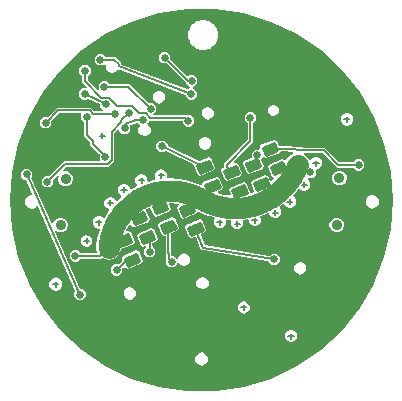
<source format=gtl>
G04 EAGLE Gerber RS-274X export*
G75*
%MOMM*%
%FSLAX34Y34*%
%LPD*%
%INTop Copper*%
%IPPOS*%
%AMOC8*
5,1,8,0,0,1.08239X$1,22.5*%
G01*
G04 Define Apertures*
%ADD10C,0.152400*%
%ADD11C,0.222250*%
%ADD12C,0.654800*%
%ADD13C,1.750000*%
%ADD14C,0.904800*%
G36*
X10684Y-161826D02*
X34556Y-158227D01*
X34667Y-158202D01*
X57736Y-151086D01*
X57842Y-151045D01*
X79592Y-140570D01*
X79691Y-140513D01*
X99638Y-126914D01*
X99727Y-126843D01*
X117424Y-110423D01*
X117501Y-110339D01*
X132553Y-91465D01*
X132617Y-91371D01*
X144688Y-70464D01*
X144737Y-70361D01*
X153557Y-47888D01*
X153591Y-47780D01*
X158963Y-24243D01*
X158980Y-24131D01*
X160784Y-57D01*
X160784Y57D01*
X158980Y24131D01*
X158963Y24243D01*
X153591Y47780D01*
X153557Y47888D01*
X144737Y70361D01*
X144688Y70464D01*
X132617Y91371D01*
X132553Y91465D01*
X117501Y110339D01*
X117424Y110423D01*
X99727Y126843D01*
X99638Y126914D01*
X79691Y140513D01*
X79592Y140570D01*
X57842Y151045D01*
X57736Y151086D01*
X34667Y158202D01*
X34556Y158227D01*
X10684Y161826D01*
X10571Y161834D01*
X-13571Y161834D01*
X-13684Y161826D01*
X-37556Y158227D01*
X-37667Y158202D01*
X-60736Y151086D01*
X-60842Y151045D01*
X-82592Y140570D01*
X-82691Y140513D01*
X-102638Y126914D01*
X-102727Y126843D01*
X-120424Y110423D01*
X-120501Y110339D01*
X-135553Y91465D01*
X-135617Y91371D01*
X-147688Y70464D01*
X-147737Y70361D01*
X-156557Y47888D01*
X-156591Y47780D01*
X-161963Y24243D01*
X-161980Y24131D01*
X-163784Y57D01*
X-163784Y-57D01*
X-161980Y-24131D01*
X-161963Y-24243D01*
X-156591Y-47780D01*
X-156557Y-47888D01*
X-147737Y-70361D01*
X-147688Y-70464D01*
X-135617Y-91371D01*
X-135553Y-91465D01*
X-120501Y-110339D01*
X-120424Y-110423D01*
X-102727Y-126843D01*
X-102638Y-126914D01*
X-82691Y-140513D01*
X-82592Y-140570D01*
X-60842Y-151045D01*
X-60736Y-151086D01*
X-37667Y-158202D01*
X-37556Y-158227D01*
X-13684Y-161826D01*
X-13571Y-161834D01*
X10571Y-161834D01*
X10684Y-161826D01*
G37*
%LPC*%
G36*
X-1329Y127441D02*
X-1499Y127460D01*
X-2494Y127460D01*
X-3762Y127985D01*
X-3884Y128024D01*
X-5581Y128411D01*
X-6350Y129025D01*
X-6534Y129133D01*
X-7103Y129369D01*
X-8339Y130605D01*
X-8403Y130662D01*
X-10056Y131980D01*
X-10318Y132523D01*
X-10465Y132731D01*
X-10631Y132897D01*
X-11443Y134856D01*
X-11460Y134896D01*
X-12540Y137138D01*
X-12540Y142862D01*
X-11460Y145105D01*
X-11443Y145144D01*
X-10631Y147103D01*
X-10465Y147269D01*
X-10318Y147477D01*
X-10056Y148020D01*
X-8403Y149338D01*
X-8339Y149395D01*
X-7103Y150631D01*
X-6534Y150867D01*
X-6350Y150975D01*
X-5581Y151589D01*
X-3884Y151976D01*
X-3762Y152015D01*
X-2494Y152540D01*
X-1499Y152540D01*
X-1329Y152559D01*
X0Y152863D01*
X1329Y152559D01*
X1499Y152540D01*
X2494Y152540D01*
X3762Y152015D01*
X3884Y151976D01*
X5581Y151589D01*
X6350Y150975D01*
X6534Y150867D01*
X7103Y150631D01*
X8339Y149395D01*
X8403Y149338D01*
X10056Y148020D01*
X10318Y147477D01*
X10465Y147269D01*
X10631Y147103D01*
X11443Y145144D01*
X11460Y145105D01*
X12540Y142862D01*
X12540Y137138D01*
X11460Y134896D01*
X11443Y134856D01*
X10631Y132897D01*
X10465Y132731D01*
X10318Y132523D01*
X10056Y131980D01*
X8403Y130662D01*
X8339Y130605D01*
X7103Y129369D01*
X6534Y129133D01*
X6350Y129025D01*
X5581Y128411D01*
X3884Y128024D01*
X3762Y127985D01*
X2494Y127460D01*
X1499Y127460D01*
X1329Y127441D01*
X0Y127138D01*
X-1329Y127441D01*
G37*
G36*
X-11987Y85202D02*
X-14798Y88013D01*
X-14798Y88850D01*
X-14858Y89147D01*
X-15030Y89397D01*
X-15290Y89562D01*
X-71749Y110987D01*
X-72048Y111036D01*
X-72343Y110964D01*
X-72636Y110722D01*
X-74235Y108521D01*
X-77419Y107486D01*
X-80603Y108521D01*
X-82571Y111229D01*
X-82571Y114783D01*
X-82631Y115080D01*
X-82803Y115330D01*
X-83058Y115494D01*
X-83357Y115545D01*
X-83652Y115475D01*
X-83872Y115322D01*
X-84839Y114355D01*
X-88813Y114355D01*
X-91624Y117165D01*
X-91624Y121140D01*
X-88813Y123951D01*
X-84839Y123951D01*
X-82214Y121327D01*
X-81962Y121159D01*
X-81676Y121103D01*
X-74022Y121103D01*
X-69219Y116300D01*
X-69219Y115443D01*
X-69159Y115145D01*
X-68987Y114895D01*
X-68727Y114730D01*
X-13607Y93814D01*
X-13308Y93765D01*
X-13013Y93836D01*
X-12798Y93987D01*
X-11967Y94818D01*
X-11770Y94858D01*
X-11520Y95030D01*
X-11356Y95285D01*
X-11305Y95584D01*
X-11375Y95879D01*
X-11528Y96099D01*
X-14562Y99133D01*
X-14562Y99317D01*
X-14622Y99614D01*
X-14785Y99856D01*
X-30583Y115654D01*
X-30836Y115821D01*
X-31122Y115877D01*
X-34359Y115877D01*
X-37170Y118688D01*
X-37170Y122662D01*
X-34359Y125473D01*
X-30384Y125473D01*
X-27574Y122662D01*
X-27574Y119426D01*
X-27513Y119128D01*
X-27350Y118887D01*
X-13605Y105142D01*
X-13352Y104974D01*
X-13054Y104919D01*
X-12758Y104984D01*
X-12528Y105142D01*
X-11751Y105918D01*
X-7776Y105918D01*
X-4966Y103107D01*
X-4966Y99133D01*
X-7797Y96302D01*
X-7994Y96262D01*
X-8244Y96090D01*
X-8408Y95835D01*
X-8459Y95536D01*
X-8389Y95241D01*
X-8236Y95021D01*
X-5202Y91987D01*
X-5202Y88013D01*
X-8013Y85202D01*
X-11987Y85202D01*
G37*
G36*
X-133785Y10975D02*
X-136596Y13785D01*
X-136596Y17760D01*
X-133785Y20571D01*
X-130549Y20571D01*
X-130251Y20631D01*
X-130010Y20794D01*
X-117795Y33009D01*
X-88203Y33009D01*
X-87905Y33069D01*
X-87655Y33240D01*
X-87492Y33496D01*
X-87441Y33795D01*
X-87511Y34090D01*
X-87650Y34289D01*
X-87650Y38321D01*
X-87582Y38423D01*
X-87526Y38721D01*
X-87591Y39018D01*
X-87749Y39248D01*
X-95300Y46799D01*
X-95300Y48737D01*
X-95361Y49035D01*
X-95524Y49276D01*
X-100666Y54419D01*
X-100666Y65711D01*
X-100726Y66008D01*
X-100889Y66250D01*
X-103178Y68539D01*
X-103178Y72521D01*
X-103025Y72752D01*
X-102969Y73050D01*
X-103034Y73346D01*
X-103209Y73594D01*
X-103468Y73753D01*
X-103731Y73800D01*
X-121472Y73800D01*
X-121770Y73740D01*
X-122011Y73577D01*
X-128101Y67487D01*
X-128269Y67234D01*
X-128325Y66948D01*
X-128325Y63711D01*
X-131135Y60901D01*
X-135110Y60901D01*
X-137921Y63711D01*
X-137921Y67686D01*
X-135110Y70497D01*
X-131873Y70497D01*
X-131576Y70557D01*
X-131334Y70720D01*
X-123682Y78372D01*
X-95130Y78372D01*
X-92475Y75717D01*
X-92222Y75549D01*
X-91936Y75494D01*
X-85244Y75494D01*
X-84947Y75554D01*
X-84697Y75725D01*
X-84533Y75981D01*
X-84482Y76280D01*
X-84552Y76575D01*
X-84705Y76794D01*
X-87140Y79230D01*
X-87140Y80535D01*
X-87201Y80832D01*
X-87372Y81083D01*
X-87569Y81220D01*
X-97005Y85817D01*
X-97299Y85893D01*
X-97599Y85849D01*
X-97878Y85671D01*
X-98359Y85190D01*
X-102334Y85190D01*
X-105144Y88001D01*
X-105144Y91975D01*
X-102334Y94786D01*
X-99136Y94786D01*
X-98839Y94846D01*
X-98588Y95018D01*
X-98425Y95273D01*
X-98374Y95572D01*
X-98444Y95867D01*
X-98597Y96087D01*
X-102361Y99851D01*
X-102361Y105055D01*
X-102421Y105352D01*
X-102584Y105593D01*
X-104873Y107882D01*
X-104873Y111857D01*
X-102063Y114668D01*
X-98088Y114668D01*
X-95277Y111857D01*
X-95277Y107882D01*
X-97566Y105593D01*
X-97733Y105341D01*
X-97789Y105055D01*
X-97789Y102060D01*
X-97729Y101763D01*
X-97566Y101522D01*
X-89722Y93677D01*
X-89469Y93510D01*
X-89171Y93454D01*
X-88874Y93519D01*
X-88627Y93695D01*
X-88468Y93953D01*
X-88421Y94216D01*
X-88421Y98330D01*
X-85610Y101141D01*
X-81635Y101141D01*
X-79347Y98852D01*
X-79094Y98685D01*
X-78808Y98629D01*
X-62289Y98629D01*
X-46138Y82478D01*
X-45885Y82311D01*
X-45599Y82255D01*
X-42362Y82255D01*
X-39551Y79444D01*
X-39551Y75469D01*
X-41775Y73246D01*
X-41943Y72993D01*
X-41998Y72695D01*
X-41933Y72399D01*
X-41758Y72151D01*
X-41500Y71992D01*
X-41236Y71945D01*
X-13994Y71945D01*
X-13954Y71918D01*
X-13668Y71863D01*
X-10431Y71863D01*
X-7620Y69052D01*
X-7620Y65077D01*
X-10431Y62267D01*
X-14406Y62267D01*
X-17216Y65077D01*
X-17216Y66611D01*
X-17277Y66908D01*
X-17448Y67158D01*
X-17703Y67322D01*
X-17978Y67373D01*
X-45384Y67373D01*
X-45681Y67313D01*
X-45932Y67141D01*
X-46095Y66886D01*
X-46146Y66611D01*
X-46146Y66190D01*
X-46873Y65464D01*
X-47040Y65211D01*
X-47096Y64913D01*
X-47031Y64616D01*
X-46855Y64369D01*
X-46569Y64200D01*
X-46376Y64137D01*
X-44417Y61440D01*
X-44417Y58107D01*
X-46376Y55410D01*
X-49546Y54380D01*
X-52717Y55410D01*
X-54676Y58107D01*
X-54676Y61441D01*
X-53509Y63047D01*
X-53383Y63323D01*
X-53374Y63627D01*
X-53485Y63909D01*
X-53586Y64034D01*
X-55220Y65668D01*
X-55473Y65836D01*
X-55759Y65892D01*
X-55795Y65892D01*
X-56058Y65845D01*
X-61157Y63973D01*
X-61415Y63813D01*
X-61590Y63566D01*
X-61656Y63257D01*
X-61656Y59018D01*
X-64467Y56207D01*
X-68441Y56207D01*
X-71257Y59023D01*
X-71312Y59295D01*
X-71484Y59545D01*
X-71739Y59709D01*
X-72038Y59759D01*
X-72333Y59690D01*
X-72553Y59537D01*
X-74759Y57331D01*
X-74926Y57078D01*
X-74982Y56792D01*
X-74982Y46582D01*
X-75006Y46460D01*
X-75006Y33033D01*
X-79602Y28437D01*
X-115585Y28437D01*
X-115883Y28376D01*
X-116124Y28213D01*
X-118809Y25529D01*
X-118976Y25276D01*
X-119032Y24978D01*
X-118967Y24682D01*
X-118791Y24434D01*
X-118533Y24275D01*
X-118234Y24229D01*
X-117979Y24286D01*
X-117647Y24423D01*
X-115241Y24423D01*
X-113018Y23503D01*
X-111317Y21801D01*
X-110396Y19578D01*
X-110396Y17172D01*
X-111317Y14949D01*
X-113018Y13248D01*
X-115241Y12327D01*
X-117647Y12327D01*
X-119870Y13248D01*
X-121571Y14949D01*
X-122492Y17172D01*
X-122492Y19578D01*
X-122354Y19910D01*
X-122296Y20208D01*
X-122359Y20504D01*
X-122533Y20753D01*
X-122789Y20915D01*
X-123089Y20963D01*
X-123383Y20891D01*
X-123597Y20740D01*
X-126777Y17561D01*
X-126944Y17308D01*
X-127000Y17022D01*
X-127000Y13785D01*
X-129811Y10975D01*
X-133785Y10975D01*
G37*
G36*
X-40436Y82913D02*
X-42404Y85621D01*
X-42404Y88969D01*
X-40436Y91678D01*
X-37252Y92712D01*
X-34068Y91678D01*
X-32100Y88969D01*
X-32100Y85621D01*
X-34068Y82913D01*
X-37252Y81878D01*
X-40436Y82913D01*
G37*
G36*
X56876Y72200D02*
X55176Y74539D01*
X55176Y77430D01*
X56876Y79770D01*
X59626Y80663D01*
X62376Y79770D01*
X64076Y77430D01*
X64076Y74539D01*
X62376Y72200D01*
X59626Y71306D01*
X56876Y72200D01*
G37*
G36*
X779Y69405D02*
X-1180Y72102D01*
X-1180Y75435D01*
X779Y78132D01*
X3949Y79162D01*
X7120Y78132D01*
X9079Y75435D01*
X9079Y72102D01*
X7120Y69405D01*
X3949Y68375D01*
X779Y69405D01*
G37*
G36*
X18503Y16777D02*
X15045Y24924D01*
X15863Y26948D01*
X17250Y27536D01*
X17500Y27708D01*
X17663Y27964D01*
X17714Y28238D01*
X17714Y30947D01*
X37491Y50724D01*
X37658Y50977D01*
X37714Y51263D01*
X37714Y65185D01*
X37654Y65482D01*
X37491Y65724D01*
X35202Y68013D01*
X35202Y71987D01*
X38013Y74798D01*
X41987Y74798D01*
X44798Y71987D01*
X44798Y68013D01*
X42509Y65724D01*
X42342Y65471D01*
X42286Y65185D01*
X42286Y49053D01*
X26137Y32904D01*
X25970Y32651D01*
X25914Y32353D01*
X25979Y32057D01*
X26155Y31810D01*
X26413Y31650D01*
X26712Y31604D01*
X26974Y31664D01*
X27517Y31895D01*
X29541Y31077D01*
X33000Y22930D01*
X32182Y20906D01*
X20528Y15959D01*
X18503Y16777D01*
G37*
G36*
X118681Y64170D02*
X116680Y66923D01*
X116680Y70327D01*
X118681Y73081D01*
X121918Y74133D01*
X125155Y73081D01*
X127156Y70327D01*
X127156Y66923D01*
X125155Y64170D01*
X121918Y63118D01*
X118681Y64170D01*
G37*
G36*
X-1323Y43827D02*
X-3282Y46524D01*
X-3282Y49857D01*
X-1323Y52554D01*
X1848Y53584D01*
X5018Y52554D01*
X6978Y49857D01*
X6978Y46524D01*
X5018Y43827D01*
X1848Y42797D01*
X-1323Y43827D01*
G37*
G36*
X-110104Y-51837D02*
X-112914Y-49026D01*
X-112914Y-45052D01*
X-110104Y-42241D01*
X-106129Y-42241D01*
X-103840Y-44530D01*
X-103587Y-44697D01*
X-103301Y-44753D01*
X-90307Y-44753D01*
X-90009Y-44693D01*
X-89759Y-44521D01*
X-89596Y-44266D01*
X-89545Y-43967D01*
X-89582Y-43755D01*
X-90401Y-41241D01*
X-90243Y-39204D01*
X-89687Y-32050D01*
X-87493Y-25114D01*
X-87461Y-24813D01*
X-87549Y-24523D01*
X-87743Y-24290D01*
X-87984Y-24160D01*
X-91381Y-23056D01*
X-93337Y-20363D01*
X-93337Y-17034D01*
X-91381Y-14341D01*
X-88215Y-13312D01*
X-85049Y-14341D01*
X-84586Y-14978D01*
X-84363Y-15183D01*
X-84077Y-15284D01*
X-83774Y-15266D01*
X-83502Y-15132D01*
X-83314Y-14919D01*
X-79493Y-8473D01*
X-79393Y-8187D01*
X-79413Y-7884D01*
X-79550Y-7613D01*
X-79913Y-7360D01*
X-81539Y-6831D01*
X-83496Y-4138D01*
X-83496Y-809D01*
X-81539Y1884D01*
X-78374Y2913D01*
X-75208Y1884D01*
X-73698Y-193D01*
X-73475Y-398D01*
X-73189Y-500D01*
X-72886Y-482D01*
X-72532Y-273D01*
X-69323Y3076D01*
X-69161Y3333D01*
X-69112Y3632D01*
X-69184Y3927D01*
X-69364Y4170D01*
X-69638Y4328D01*
X-70028Y4455D01*
X-71984Y7148D01*
X-71984Y10477D01*
X-70028Y13170D01*
X-66862Y14199D01*
X-63696Y13170D01*
X-61739Y10477D01*
X-61739Y9906D01*
X-61679Y9608D01*
X-61507Y9358D01*
X-61252Y9195D01*
X-60953Y9144D01*
X-60561Y9267D01*
X-56028Y12224D01*
X-55843Y12338D01*
X-55667Y12585D01*
X-55601Y12881D01*
X-55655Y13179D01*
X-55746Y13343D01*
X-57313Y15500D01*
X-57313Y18828D01*
X-55356Y21522D01*
X-52190Y22550D01*
X-49024Y21522D01*
X-47067Y18828D01*
X-47067Y16558D01*
X-47007Y16261D01*
X-46836Y16011D01*
X-46580Y15847D01*
X-46281Y15796D01*
X-46045Y15842D01*
X-42606Y17094D01*
X-40918Y17298D01*
X-40630Y17394D01*
X-40402Y17594D01*
X-40271Y17868D01*
X-40256Y18171D01*
X-40393Y18503D01*
X-40835Y19111D01*
X-40835Y22440D01*
X-38868Y25148D01*
X-35568Y26220D01*
X-32402Y25192D01*
X-30445Y22498D01*
X-30445Y19426D01*
X-30385Y19129D01*
X-30213Y18879D01*
X-29958Y18715D01*
X-29591Y18669D01*
X-28359Y18819D01*
X-14092Y17267D01*
X-1678Y12916D01*
X-1377Y12874D01*
X-1085Y12954D01*
X-846Y13141D01*
X-719Y13349D01*
X-16Y15091D01*
X11639Y20038D01*
X13663Y19220D01*
X17121Y11073D01*
X16303Y9049D01*
X12875Y7594D01*
X12625Y7422D01*
X12462Y7167D01*
X12411Y6868D01*
X12481Y6573D01*
X12661Y6328D01*
X12916Y6175D01*
X17057Y4694D01*
X17266Y4651D01*
X22594Y4316D01*
X22895Y4358D01*
X23155Y4513D01*
X23334Y4758D01*
X23404Y5053D01*
X23343Y5375D01*
X21992Y8557D01*
X22810Y10581D01*
X34464Y15528D01*
X36489Y14710D01*
X39926Y6612D01*
X40098Y6362D01*
X40353Y6199D01*
X40793Y6166D01*
X42811Y6613D01*
X43088Y6737D01*
X43295Y6958D01*
X43399Y7243D01*
X43347Y7655D01*
X40413Y14568D01*
X41231Y16592D01*
X52885Y21539D01*
X54909Y20721D01*
X56712Y16473D01*
X56884Y16223D01*
X57140Y16060D01*
X57439Y16009D01*
X57734Y16079D01*
X57950Y16229D01*
X59877Y18137D01*
X60046Y18389D01*
X60103Y18687D01*
X60040Y18983D01*
X59866Y19231D01*
X59627Y19385D01*
X58237Y19946D01*
X54779Y28093D01*
X55597Y30117D01*
X67251Y35064D01*
X69298Y34237D01*
X69420Y34060D01*
X69675Y33897D01*
X69974Y33846D01*
X70270Y33916D01*
X70514Y34096D01*
X70660Y34333D01*
X71156Y35613D01*
X73977Y38571D01*
X75916Y39428D01*
X76163Y39603D01*
X76322Y39861D01*
X76369Y40161D01*
X76294Y40455D01*
X76111Y40696D01*
X75848Y40847D01*
X75658Y40885D01*
X68769Y41345D01*
X68718Y41347D01*
X65848Y41347D01*
X65551Y41287D01*
X65301Y41115D01*
X65142Y40870D01*
X64968Y40442D01*
X53314Y35495D01*
X51394Y36271D01*
X51096Y36326D01*
X50800Y36261D01*
X50570Y36103D01*
X49396Y34929D01*
X49229Y34676D01*
X49173Y34378D01*
X49233Y34092D01*
X51420Y28941D01*
X50602Y26917D01*
X38948Y21970D01*
X36924Y22787D01*
X33466Y30934D01*
X34284Y32959D01*
X40578Y35630D01*
X40828Y35802D01*
X40991Y36058D01*
X41042Y36332D01*
X41042Y40146D01*
X43853Y42956D01*
X47319Y42956D01*
X47616Y43017D01*
X47866Y43188D01*
X48030Y43444D01*
X48081Y43743D01*
X48020Y44016D01*
X47832Y44460D01*
X48650Y46484D01*
X60304Y51431D01*
X62328Y50613D01*
X64124Y46383D01*
X64295Y46133D01*
X64551Y45970D01*
X64825Y45919D01*
X67675Y45919D01*
X67973Y45979D01*
X67975Y45981D01*
X68871Y45921D01*
X68922Y45919D01*
X69838Y45919D01*
X69880Y45891D01*
X70115Y45837D01*
X90051Y44505D01*
X90102Y44503D01*
X103087Y44503D01*
X115081Y32509D01*
X115334Y32342D01*
X115620Y32286D01*
X126983Y32286D01*
X127280Y32346D01*
X127522Y32509D01*
X129811Y34798D01*
X133785Y34798D01*
X136596Y31987D01*
X136596Y28013D01*
X133785Y25202D01*
X129811Y25202D01*
X127522Y27491D01*
X127269Y27658D01*
X126983Y27714D01*
X113410Y27714D01*
X101416Y39708D01*
X101163Y39876D01*
X100877Y39931D01*
X91145Y39931D01*
X90848Y39871D01*
X90846Y39870D01*
X89949Y39930D01*
X89898Y39931D01*
X88982Y39931D01*
X88940Y39959D01*
X88705Y40013D01*
X86162Y40183D01*
X85862Y40142D01*
X85601Y39988D01*
X85420Y39744D01*
X85350Y39449D01*
X85400Y39150D01*
X85585Y38871D01*
X88571Y36023D01*
X89491Y33941D01*
X89666Y33694D01*
X89924Y33534D01*
X90224Y33488D01*
X90518Y33562D01*
X90804Y33801D01*
X92402Y36000D01*
X95639Y37052D01*
X98876Y36000D01*
X100877Y33246D01*
X100877Y29842D01*
X98876Y27089D01*
X96155Y26204D01*
X95891Y26055D01*
X95706Y25815D01*
X95628Y25479D01*
X95628Y21693D01*
X92818Y18882D01*
X89374Y18882D01*
X89077Y18822D01*
X88827Y18650D01*
X88663Y18395D01*
X88613Y18096D01*
X88758Y17672D01*
X90719Y14973D01*
X90719Y11644D01*
X88763Y8951D01*
X85597Y7922D01*
X82431Y8951D01*
X81805Y9812D01*
X81582Y10017D01*
X81296Y10118D01*
X80993Y10100D01*
X80721Y9966D01*
X80551Y9781D01*
X79184Y7694D01*
X76061Y4604D01*
X75892Y4352D01*
X75835Y4054D01*
X75899Y3757D01*
X76073Y3509D01*
X76362Y3337D01*
X76724Y3220D01*
X78681Y527D01*
X78681Y-2802D01*
X76724Y-5495D01*
X73558Y-6524D01*
X70392Y-5495D01*
X68823Y-3336D01*
X68600Y-3131D01*
X68314Y-3029D01*
X68011Y-3047D01*
X67796Y-3142D01*
X65050Y-4900D01*
X64832Y-5111D01*
X64714Y-5391D01*
X64714Y-5694D01*
X64844Y-5990D01*
X66341Y-8051D01*
X66341Y-11380D01*
X64385Y-14073D01*
X62503Y-14684D01*
X62199Y-14870D01*
X62123Y-14947D01*
X61816Y-14947D01*
X61580Y-14984D01*
X61219Y-15101D01*
X60857Y-14984D01*
X60622Y-14947D01*
X60229Y-14947D01*
X60111Y-14829D01*
X59808Y-14643D01*
X58053Y-14073D01*
X56066Y-11337D01*
X56036Y-11191D01*
X55864Y-10941D01*
X55609Y-10778D01*
X55310Y-10727D01*
X55067Y-10775D01*
X48766Y-13138D01*
X48509Y-13299D01*
X48335Y-13547D01*
X48271Y-13844D01*
X48329Y-14142D01*
X48417Y-14299D01*
X48961Y-15048D01*
X48961Y-18377D01*
X47004Y-21070D01*
X43838Y-22099D01*
X40672Y-21070D01*
X38716Y-18377D01*
X38716Y-16677D01*
X38655Y-16380D01*
X38484Y-16130D01*
X38228Y-15966D01*
X37841Y-15923D01*
X34487Y-16423D01*
X34202Y-16527D01*
X33980Y-16733D01*
X33856Y-17010D01*
X33838Y-17177D01*
X33838Y-20634D01*
X31881Y-23327D01*
X30151Y-23890D01*
X29848Y-24075D01*
X29749Y-24174D01*
X29397Y-24174D01*
X29161Y-24211D01*
X28715Y-24356D01*
X28269Y-24211D01*
X28033Y-24174D01*
X27855Y-24174D01*
X27841Y-24159D01*
X27538Y-23973D01*
X25549Y-23327D01*
X23593Y-20634D01*
X23593Y-17506D01*
X23532Y-17209D01*
X23361Y-16959D01*
X23105Y-16796D01*
X22878Y-16746D01*
X20201Y-16578D01*
X19901Y-16619D01*
X19641Y-16775D01*
X19461Y-17020D01*
X19392Y-17338D01*
X19392Y-19731D01*
X17435Y-22424D01*
X15446Y-23071D01*
X15219Y-23210D01*
X15138Y-23210D01*
X14903Y-23247D01*
X14269Y-23453D01*
X13635Y-23247D01*
X13400Y-23210D01*
X13282Y-23210D01*
X13013Y-23045D01*
X11103Y-22424D01*
X9146Y-19731D01*
X9146Y-16402D01*
X9621Y-15749D01*
X9747Y-15473D01*
X9756Y-15170D01*
X9645Y-14887D01*
X9433Y-14670D01*
X9211Y-14567D01*
X1536Y-12415D01*
X-3251Y-9898D01*
X-3474Y-9822D01*
X-3784Y-9768D01*
X-3870Y-9714D01*
X-4153Y-9605D01*
X-4456Y-9616D01*
X-4731Y-9744D01*
X-4985Y-10071D01*
X-5273Y-10784D01*
X-16927Y-15731D01*
X-18951Y-14913D01*
X-22409Y-6766D01*
X-21592Y-4742D01*
X-21135Y-4549D01*
X-20885Y-4377D01*
X-20722Y-4121D01*
X-20671Y-3822D01*
X-20741Y-3527D01*
X-20921Y-3283D01*
X-21182Y-3128D01*
X-21338Y-3091D01*
X-28119Y-2241D01*
X-28421Y-2264D01*
X-28691Y-2403D01*
X-28885Y-2637D01*
X-28973Y-2927D01*
X-28915Y-3295D01*
X-27355Y-6970D01*
X-28173Y-8994D01*
X-39827Y-13941D01*
X-41851Y-13123D01*
X-44510Y-6860D01*
X-44682Y-6610D01*
X-44937Y-6447D01*
X-45236Y-6397D01*
X-45552Y-6477D01*
X-48049Y-7725D01*
X-48288Y-7912D01*
X-48435Y-8177D01*
X-48467Y-8479D01*
X-48410Y-8705D01*
X-45292Y-16050D01*
X-46110Y-18074D01*
X-57764Y-23021D01*
X-59788Y-22203D01*
X-60664Y-20140D01*
X-60835Y-19890D01*
X-61091Y-19727D01*
X-61390Y-19676D01*
X-61685Y-19746D01*
X-61929Y-19926D01*
X-62027Y-20060D01*
X-64958Y-25193D01*
X-65053Y-25481D01*
X-65028Y-25784D01*
X-64887Y-26052D01*
X-64653Y-26245D01*
X-64362Y-26330D01*
X-63998Y-26273D01*
X-63377Y-26009D01*
X-61352Y-26826D01*
X-57894Y-34973D01*
X-58712Y-36998D01*
X-69402Y-41535D01*
X-69652Y-41707D01*
X-69816Y-41963D01*
X-69864Y-42178D01*
X-69915Y-42834D01*
X-71767Y-46477D01*
X-74873Y-49135D01*
X-78759Y-50401D01*
X-82834Y-50085D01*
X-85005Y-48981D01*
X-85297Y-48900D01*
X-85598Y-48940D01*
X-85889Y-49122D01*
X-86092Y-49325D01*
X-103301Y-49325D01*
X-103599Y-49385D01*
X-103840Y-49548D01*
X-106129Y-51837D01*
X-110104Y-51837D01*
G37*
G36*
X-4322Y21287D02*
X-7785Y29443D01*
X-7736Y29706D01*
X-7801Y30002D01*
X-7977Y30249D01*
X-8169Y30381D01*
X-31249Y41415D01*
X-31543Y41488D01*
X-31843Y41441D01*
X-32116Y41266D01*
X-32624Y40758D01*
X-36599Y40758D01*
X-39410Y43569D01*
X-39410Y47543D01*
X-36599Y50354D01*
X-32624Y50354D01*
X-29814Y47543D01*
X-29814Y46276D01*
X-29753Y45979D01*
X-29582Y45729D01*
X-29380Y45589D01*
X-3491Y33212D01*
X-3197Y33138D01*
X-2864Y33198D01*
X4691Y36405D01*
X6715Y35587D01*
X10174Y27440D01*
X9356Y25416D01*
X-2298Y20469D01*
X-4322Y21287D01*
G37*
G36*
X-106244Y-84759D02*
X-109055Y-81949D01*
X-109055Y-77974D01*
X-108438Y-77357D01*
X-108270Y-77104D01*
X-108215Y-76806D01*
X-108279Y-76510D01*
X-139693Y-5356D01*
X-139868Y-5109D01*
X-140126Y-4949D01*
X-140426Y-4903D01*
X-140720Y-4977D01*
X-141006Y-5216D01*
X-141681Y-6145D01*
X-145102Y-7257D01*
X-148523Y-6145D01*
X-150637Y-3235D01*
X-150637Y361D01*
X-148523Y3271D01*
X-144934Y4437D01*
X-144670Y4587D01*
X-144485Y4827D01*
X-144409Y5120D01*
X-144472Y5470D01*
X-149492Y16840D01*
X-149667Y17087D01*
X-149925Y17247D01*
X-150189Y17294D01*
X-151299Y17294D01*
X-154110Y20105D01*
X-154110Y24080D01*
X-151299Y26890D01*
X-147325Y26890D01*
X-144514Y24080D01*
X-144514Y20105D01*
X-145131Y19487D01*
X-145299Y19235D01*
X-145354Y18937D01*
X-145290Y18641D01*
X-128149Y-20184D01*
X-127974Y-20431D01*
X-127716Y-20591D01*
X-127416Y-20637D01*
X-127122Y-20563D01*
X-126880Y-20380D01*
X-126729Y-20117D01*
X-126690Y-19876D01*
X-126690Y-19650D01*
X-125769Y-17427D01*
X-124068Y-15726D01*
X-121845Y-14805D01*
X-119439Y-14805D01*
X-117216Y-15726D01*
X-115515Y-17427D01*
X-114594Y-19650D01*
X-114594Y-22056D01*
X-115515Y-24279D01*
X-117216Y-25980D01*
X-119439Y-26901D01*
X-121845Y-26901D01*
X-124174Y-25936D01*
X-124472Y-25878D01*
X-124768Y-25941D01*
X-125017Y-26114D01*
X-125179Y-26371D01*
X-125227Y-26671D01*
X-125163Y-26948D01*
X-104077Y-74709D01*
X-103902Y-74957D01*
X-103644Y-75116D01*
X-103380Y-75163D01*
X-102269Y-75163D01*
X-99459Y-77974D01*
X-99459Y-81949D01*
X-102269Y-84759D01*
X-106244Y-84759D01*
G37*
G36*
X114327Y12949D02*
X112104Y13870D01*
X110403Y15572D01*
X109482Y17794D01*
X109482Y20200D01*
X110403Y22423D01*
X112104Y24125D01*
X114327Y25045D01*
X116733Y25045D01*
X118956Y24125D01*
X120657Y22423D01*
X121578Y20200D01*
X121578Y17794D01*
X120657Y15572D01*
X118956Y13870D01*
X116733Y12949D01*
X114327Y12949D01*
G37*
G36*
X140006Y-5907D02*
X137929Y-3047D01*
X137929Y488D01*
X140006Y3348D01*
X143368Y4440D01*
X146730Y3348D01*
X148808Y488D01*
X148808Y-3047D01*
X146730Y-5907D01*
X143368Y-6999D01*
X140006Y-5907D01*
G37*
G36*
X-28686Y-56727D02*
X-31497Y-53916D01*
X-31497Y-46483D01*
X-31557Y-46185D01*
X-31671Y-46016D01*
X-31671Y-30946D01*
X-31732Y-30648D01*
X-31903Y-30398D01*
X-32159Y-30235D01*
X-32458Y-30184D01*
X-32731Y-30244D01*
X-32880Y-30308D01*
X-34904Y-29490D01*
X-38362Y-21343D01*
X-37545Y-19319D01*
X-25891Y-14372D01*
X-23866Y-15189D01*
X-20408Y-23336D01*
X-21226Y-25361D01*
X-26635Y-27657D01*
X-26885Y-27828D01*
X-27048Y-28084D01*
X-27099Y-28358D01*
X-27099Y-43783D01*
X-27039Y-44080D01*
X-26925Y-44250D01*
X-26925Y-46369D01*
X-26864Y-46666D01*
X-26693Y-46916D01*
X-26437Y-47080D01*
X-26163Y-47131D01*
X-24711Y-47131D01*
X-22343Y-49499D01*
X-22090Y-49667D01*
X-21792Y-49722D01*
X-21496Y-49657D01*
X-21248Y-49482D01*
X-21089Y-49224D01*
X-21042Y-48960D01*
X-21042Y-48627D01*
X-19083Y-45930D01*
X-15912Y-44900D01*
X-12742Y-45930D01*
X-10783Y-48627D01*
X-10783Y-51960D01*
X-12742Y-54657D01*
X-15912Y-55687D01*
X-19083Y-54657D01*
X-20522Y-52676D01*
X-20746Y-52471D01*
X-21032Y-52369D01*
X-21334Y-52387D01*
X-21606Y-52522D01*
X-21804Y-52752D01*
X-21901Y-53124D01*
X-21901Y-53916D01*
X-24711Y-56727D01*
X-28686Y-56727D01*
G37*
G36*
X111866Y-26849D02*
X109643Y-25928D01*
X107941Y-24226D01*
X107021Y-22004D01*
X107021Y-19597D01*
X107941Y-17375D01*
X109643Y-15673D01*
X111866Y-14753D01*
X114272Y-14753D01*
X116495Y-15673D01*
X118196Y-17375D01*
X119117Y-19597D01*
X119117Y-22004D01*
X118196Y-24226D01*
X116495Y-25928D01*
X114272Y-26849D01*
X111866Y-26849D01*
G37*
G36*
X58013Y-54798D02*
X55157Y-51943D01*
X55142Y-51866D01*
X54970Y-51616D01*
X54715Y-51453D01*
X54565Y-51412D01*
X477Y-42397D01*
X64Y-42443D01*
X-12Y-42474D01*
X-557Y-42245D01*
X-727Y-42196D01*
X-1310Y-42099D01*
X-1357Y-42033D01*
X-1683Y-41773D01*
X-1758Y-41741D01*
X-1982Y-41194D01*
X-2067Y-41039D01*
X-2411Y-40558D01*
X-2397Y-40477D01*
X-2443Y-40064D01*
X-6039Y-31264D01*
X-6208Y-31012D01*
X-6461Y-30845D01*
X-6759Y-30791D01*
X-7042Y-30851D01*
X-9980Y-32098D01*
X-12004Y-31280D01*
X-15462Y-23133D01*
X-14644Y-21109D01*
X-2990Y-16162D01*
X-966Y-16980D01*
X2492Y-25127D01*
X1674Y-27151D01*
X-1430Y-28469D01*
X-1680Y-28641D01*
X-1844Y-28896D01*
X-1894Y-29195D01*
X-1838Y-29459D01*
X1473Y-37561D01*
X1641Y-37814D01*
X1895Y-37980D01*
X2053Y-38025D01*
X55784Y-46980D01*
X56087Y-46969D01*
X56448Y-46767D01*
X58013Y-45202D01*
X61987Y-45202D01*
X64798Y-48013D01*
X64798Y-51987D01*
X61987Y-54798D01*
X58013Y-54798D01*
G37*
G36*
X-47062Y-48380D02*
X-49873Y-45569D01*
X-49873Y-41595D01*
X-48113Y-39835D01*
X-47946Y-39582D01*
X-47890Y-39284D01*
X-47955Y-38988D01*
X-48131Y-38741D01*
X-48389Y-38581D01*
X-48689Y-38535D01*
X-48950Y-38595D01*
X-50817Y-39387D01*
X-52841Y-38570D01*
X-56299Y-30423D01*
X-55481Y-28399D01*
X-43827Y-23452D01*
X-41803Y-24269D01*
X-38345Y-32416D01*
X-39163Y-34441D01*
X-42324Y-35783D01*
X-42574Y-35954D01*
X-42738Y-36210D01*
X-42789Y-36484D01*
X-42789Y-38767D01*
X-42728Y-39064D01*
X-42565Y-39306D01*
X-40277Y-41595D01*
X-40277Y-45569D01*
X-43087Y-48380D01*
X-47062Y-48380D01*
G37*
G36*
X-101524Y-38448D02*
X-103301Y-36003D01*
X-103301Y-32980D01*
X-101524Y-30535D01*
X-98649Y-29601D01*
X-97713Y-29905D01*
X-97514Y-29937D01*
X-97399Y-30007D01*
X-95775Y-30535D01*
X-93998Y-32980D01*
X-93998Y-36003D01*
X-95775Y-38448D01*
X-98649Y-39382D01*
X-101524Y-38448D01*
G37*
G36*
X-75128Y-63816D02*
X-77939Y-61005D01*
X-77939Y-57030D01*
X-75128Y-54220D01*
X-71891Y-54220D01*
X-71594Y-54159D01*
X-71352Y-53997D01*
X-68609Y-51254D01*
X-68442Y-51001D01*
X-68386Y-50703D01*
X-68447Y-50417D01*
X-68901Y-49346D01*
X-68083Y-47322D01*
X-56429Y-42375D01*
X-54405Y-43193D01*
X-50947Y-51340D01*
X-51765Y-53364D01*
X-63419Y-58311D01*
X-65443Y-57493D01*
X-65878Y-56469D01*
X-66049Y-56219D01*
X-66305Y-56056D01*
X-66604Y-56005D01*
X-66899Y-56075D01*
X-67118Y-56228D01*
X-68120Y-57230D01*
X-68287Y-57482D01*
X-68343Y-57768D01*
X-68343Y-61005D01*
X-71153Y-63816D01*
X-75128Y-63816D01*
G37*
G36*
X79271Y-61925D02*
X77314Y-59232D01*
X77314Y-55903D01*
X79271Y-53210D01*
X82437Y-52182D01*
X85602Y-53210D01*
X87559Y-55903D01*
X87559Y-59232D01*
X85602Y-61925D01*
X82437Y-62954D01*
X79271Y-61925D01*
G37*
G36*
X-3580Y-74450D02*
X-5539Y-71754D01*
X-5539Y-68420D01*
X-3580Y-65723D01*
X-409Y-64693D01*
X2761Y-65723D01*
X4720Y-68420D01*
X4720Y-71754D01*
X2761Y-74450D01*
X-409Y-75481D01*
X-3580Y-74450D01*
G37*
G36*
X-127934Y-75581D02*
X-130005Y-72730D01*
X-130005Y-69206D01*
X-127934Y-66355D01*
X-124582Y-65266D01*
X-121231Y-66355D01*
X-119160Y-69206D01*
X-119160Y-72730D01*
X-121231Y-75581D01*
X-124582Y-76670D01*
X-127934Y-75581D01*
G37*
G36*
X-65357Y-83182D02*
X-67316Y-80485D01*
X-67316Y-77152D01*
X-65357Y-74455D01*
X-62187Y-73425D01*
X-59016Y-74455D01*
X-57057Y-77152D01*
X-57057Y-80485D01*
X-59016Y-83182D01*
X-62187Y-84212D01*
X-65357Y-83182D01*
G37*
G36*
X31485Y-94990D02*
X29600Y-92396D01*
X29600Y-89191D01*
X31485Y-86597D01*
X34534Y-85606D01*
X37583Y-86597D01*
X39467Y-89191D01*
X39467Y-92396D01*
X37583Y-94990D01*
X34534Y-95981D01*
X31485Y-94990D01*
G37*
G36*
X71206Y-119207D02*
X69276Y-116551D01*
X69276Y-113267D01*
X71206Y-110611D01*
X74328Y-109596D01*
X77451Y-110611D01*
X79381Y-113267D01*
X79381Y-116551D01*
X77451Y-119207D01*
X74328Y-120222D01*
X71206Y-119207D01*
G37*
G36*
X-4590Y-138975D02*
X-6636Y-136159D01*
X-6636Y-132678D01*
X-4590Y-129862D01*
X-1279Y-128787D01*
X2031Y-129862D01*
X4077Y-132678D01*
X4077Y-136159D01*
X2031Y-138975D01*
X-1279Y-140050D01*
X-4590Y-138975D01*
G37*
%LPD*%
D10*
X72345Y-114997D02*
X76662Y-114997D01*
X74503Y-117155D02*
X74503Y-112838D01*
X36694Y-90733D02*
X32377Y-90733D01*
X34535Y-92892D02*
X34535Y-88574D01*
X-122386Y-71122D02*
X-126703Y-71122D01*
X-124544Y-73281D02*
X-124544Y-68963D01*
X-100687Y-34387D02*
X-96369Y-34387D01*
X-98528Y-32229D02*
X-98528Y-36546D01*
X-87300Y54640D02*
X-82982Y54640D01*
X-85141Y52481D02*
X-85141Y56799D01*
X93447Y31504D02*
X97764Y31504D01*
X95606Y33662D02*
X95606Y29345D01*
X16401Y-18765D02*
X12084Y-18765D01*
X14242Y-16607D02*
X14242Y-20924D01*
X26644Y-19729D02*
X30961Y-19729D01*
X28802Y-21888D02*
X28802Y-17570D01*
X41548Y-16987D02*
X45865Y-16987D01*
X43706Y-19145D02*
X43706Y-14828D01*
X59017Y-10502D02*
X63334Y-10502D01*
X61176Y-12661D02*
X61176Y-8343D01*
X71331Y-1227D02*
X75648Y-1227D01*
X73489Y931D02*
X73489Y-3386D01*
X83722Y13187D02*
X88040Y13187D01*
X85881Y11029D02*
X85881Y15346D01*
X-86028Y-18628D02*
X-90345Y-18628D01*
X-88187Y-16470D02*
X-88187Y-20787D01*
X-80744Y-2079D02*
X-76426Y-2079D01*
X-78585Y-4237D02*
X-78585Y80D01*
X-69066Y8946D02*
X-64749Y8946D01*
X-66908Y6788D02*
X-66908Y11105D01*
X-54215Y16964D02*
X-49898Y16964D01*
X-52057Y14806D02*
X-52057Y19123D01*
X-37690Y21046D02*
X-33372Y21046D01*
X-35531Y18887D02*
X-35531Y23205D01*
X119529Y68638D02*
X123846Y68638D01*
X121687Y66479D02*
X121687Y70797D01*
D11*
X-72996Y-32956D02*
X-70390Y-39093D01*
X-72996Y-32956D02*
X-63352Y-28861D01*
X-60746Y-34998D01*
X-70390Y-39093D01*
X-71287Y-36981D02*
X-65416Y-36981D01*
X-60801Y-34869D02*
X-72184Y-34869D01*
X-72527Y-32757D02*
X-61698Y-32757D01*
X-62594Y-30645D02*
X-67553Y-30645D01*
X-66049Y-49322D02*
X-63443Y-55459D01*
X-66049Y-49322D02*
X-56405Y-45227D01*
X-53799Y-51364D01*
X-63443Y-55459D01*
X-64340Y-53347D02*
X-58469Y-53347D01*
X-53854Y-51235D02*
X-65237Y-51235D01*
X-65580Y-49123D02*
X-54751Y-49123D01*
X-55647Y-47011D02*
X-60606Y-47011D01*
X14269Y11049D02*
X11663Y17186D01*
X14269Y11049D02*
X4625Y6954D01*
X2019Y13091D01*
X11663Y17186D01*
X9599Y9066D02*
X3728Y9066D01*
X2831Y11178D02*
X14214Y11178D01*
X13317Y13290D02*
X2488Y13290D01*
X7462Y15402D02*
X12421Y15402D01*
X7322Y27416D02*
X4716Y33553D01*
X7322Y27416D02*
X-2322Y23321D01*
X-4928Y29458D01*
X4716Y33553D01*
X2652Y25433D02*
X-3219Y25433D01*
X-4116Y27545D02*
X7267Y27545D01*
X6370Y29657D02*
X-4459Y29657D01*
X515Y31769D02*
X5474Y31769D01*
X-42458Y-4952D02*
X-39852Y-11089D01*
X-42458Y-4952D02*
X-32814Y-857D01*
X-30208Y-6994D01*
X-39852Y-11089D01*
X-40749Y-8977D02*
X-34878Y-8977D01*
X-30263Y-6865D02*
X-41646Y-6865D01*
X-41989Y-4753D02*
X-31160Y-4753D01*
X-32056Y-2641D02*
X-37015Y-2641D01*
X-35510Y-21319D02*
X-32904Y-27456D01*
X-35510Y-21319D02*
X-25866Y-17224D01*
X-23260Y-23361D01*
X-32904Y-27456D01*
X-33801Y-25344D02*
X-27930Y-25344D01*
X-23315Y-23232D02*
X-34698Y-23232D01*
X-35041Y-21120D02*
X-24212Y-21120D01*
X-25108Y-19008D02*
X-30067Y-19008D01*
X52909Y18687D02*
X55515Y12550D01*
X45871Y8455D01*
X43265Y14592D01*
X52909Y18687D01*
X50845Y10567D02*
X44974Y10567D01*
X44077Y12679D02*
X55460Y12679D01*
X54563Y14791D02*
X43734Y14791D01*
X48708Y16903D02*
X53667Y16903D01*
X48568Y28917D02*
X45962Y35054D01*
X48568Y28917D02*
X38924Y24822D01*
X36318Y30959D01*
X45962Y35054D01*
X43898Y26934D02*
X38027Y26934D01*
X37130Y29046D02*
X48513Y29046D01*
X47616Y31158D02*
X36787Y31158D01*
X41761Y33270D02*
X46720Y33270D01*
X-19557Y-6742D02*
X-16951Y-12879D01*
X-19557Y-6742D02*
X-9913Y-2647D01*
X-7307Y-8784D01*
X-16951Y-12879D01*
X-17848Y-10767D02*
X-11977Y-10767D01*
X-7362Y-8655D02*
X-18745Y-8655D01*
X-19088Y-6543D02*
X-8259Y-6543D01*
X-9155Y-4431D02*
X-14114Y-4431D01*
X-12610Y-23109D02*
X-10004Y-29246D01*
X-12610Y-23109D02*
X-2966Y-19014D01*
X-360Y-25151D01*
X-10004Y-29246D01*
X-10901Y-27134D02*
X-5030Y-27134D01*
X-415Y-25022D02*
X-11798Y-25022D01*
X-12141Y-22910D02*
X-1312Y-22910D01*
X-2208Y-20798D02*
X-7167Y-20798D01*
X69881Y26075D02*
X67275Y32212D01*
X69881Y26075D02*
X60237Y21980D01*
X57631Y28117D01*
X67275Y32212D01*
X65211Y24092D02*
X59340Y24092D01*
X58443Y26204D02*
X69826Y26204D01*
X68929Y28316D02*
X58100Y28316D01*
X63074Y30428D02*
X68033Y30428D01*
X62934Y42442D02*
X60328Y48579D01*
X62934Y42442D02*
X53290Y38347D01*
X50684Y44484D01*
X60328Y48579D01*
X58264Y40459D02*
X52393Y40459D01*
X51496Y42571D02*
X62879Y42571D01*
X61982Y44683D02*
X51153Y44683D01*
X56127Y46795D02*
X61086Y46795D01*
X-60394Y-14032D02*
X-57788Y-20169D01*
X-60394Y-14032D02*
X-50750Y-9937D01*
X-48144Y-16074D01*
X-57788Y-20169D01*
X-58685Y-18057D02*
X-52814Y-18057D01*
X-48199Y-15945D02*
X-59582Y-15945D01*
X-59925Y-13833D02*
X-49096Y-13833D01*
X-49992Y-11721D02*
X-54951Y-11721D01*
X-53447Y-30399D02*
X-50841Y-36536D01*
X-53447Y-30399D02*
X-43803Y-26304D01*
X-41197Y-32441D01*
X-50841Y-36536D01*
X-51738Y-34424D02*
X-45867Y-34424D01*
X-41252Y-32312D02*
X-52635Y-32312D01*
X-52978Y-30200D02*
X-42149Y-30200D01*
X-43045Y-28088D02*
X-48004Y-28088D01*
X37095Y6539D02*
X34489Y12676D01*
X37095Y6539D02*
X27451Y2444D01*
X24845Y8581D01*
X34489Y12676D01*
X32425Y4556D02*
X26554Y4556D01*
X25657Y6668D02*
X37040Y6668D01*
X36143Y8780D02*
X25314Y8780D01*
X30288Y10892D02*
X35247Y10892D01*
X30147Y22906D02*
X27541Y29043D01*
X30147Y22906D02*
X20503Y18811D01*
X17897Y24948D01*
X27541Y29043D01*
X25477Y20923D02*
X19606Y20923D01*
X18709Y23035D02*
X30092Y23035D01*
X29195Y25147D02*
X18366Y25147D01*
X23340Y27259D02*
X28299Y27259D01*
D12*
X-56001Y127332D03*
X-46268Y142496D03*
D10*
X-56001Y132763D02*
X-56001Y127332D01*
X-56001Y132763D02*
X-46268Y142496D01*
D12*
X19947Y53051D03*
X20220Y83017D03*
D10*
X20220Y83017D01*
X20220Y53324D02*
X19947Y53051D01*
X20220Y53324D02*
X20220Y83017D01*
D13*
X0Y0D02*
X-1088Y673D01*
X-2192Y1318D01*
X-3312Y1937D01*
X-4446Y2528D01*
X-5595Y3090D01*
X-6757Y3625D01*
X-7932Y4131D01*
X-9119Y4607D01*
X-10317Y5055D01*
X-11525Y5473D01*
X-12744Y5862D01*
X-13972Y6220D01*
X-15208Y6548D01*
X-16452Y6846D01*
X-17703Y7113D01*
X-18960Y7350D01*
X-20222Y7555D01*
X-21489Y7730D01*
X-22760Y7873D01*
X-24035Y7986D01*
X-25311Y8067D01*
X-26589Y8117D01*
X-27868Y8135D01*
X-29147Y8122D01*
X-30425Y8078D01*
X-31702Y8002D01*
X-32977Y7895D01*
X-34248Y7757D01*
X-35516Y7588D01*
X-36779Y7387D01*
X-38037Y7156D01*
X-39289Y6894D01*
X-40534Y6602D01*
X-41772Y6279D01*
X-43001Y5925D01*
X-44222Y5542D01*
X-45432Y5129D01*
X-46632Y4687D01*
X-47821Y4215D01*
X-48998Y3714D01*
X-50162Y3184D01*
X-51313Y2626D01*
X-52450Y2040D01*
X-53572Y1427D01*
X-54679Y786D01*
X-55770Y118D01*
X-56844Y-577D01*
X-57901Y-1297D01*
X-58940Y-2044D01*
X-59960Y-2815D01*
X-60961Y-3611D01*
X-61942Y-4432D01*
X-62903Y-5276D01*
X-63842Y-6144D01*
X-64760Y-7035D01*
X-65657Y-7947D01*
X-66530Y-8882D01*
X-67380Y-9837D01*
X-68207Y-10813D01*
X-69009Y-11809D01*
X-69787Y-12825D01*
X-70540Y-13859D01*
X-71267Y-14911D01*
X-71968Y-15981D01*
X-72643Y-17068D01*
X-73290Y-18170D01*
X-73911Y-19289D01*
X-74504Y-20422D01*
X-75069Y-21570D01*
X-75606Y-22731D01*
X-76114Y-23904D01*
X-76593Y-25090D01*
X-77043Y-26288D01*
X-77463Y-27496D01*
X-77854Y-28714D01*
X-78215Y-29941D01*
X-78545Y-31176D01*
X-78846Y-32420D01*
X-79115Y-33670D01*
X-79354Y-34926D01*
X-79562Y-36188D01*
X-79739Y-37455D01*
X-79885Y-38726D01*
X-80000Y-40000D01*
X0Y0D02*
X1245Y-636D01*
X2505Y-1241D01*
X3780Y-1815D01*
X5068Y-2357D01*
X6370Y-2868D01*
X7683Y-3347D01*
X9008Y-3794D01*
X10343Y-4208D01*
X11688Y-4589D01*
X13042Y-4938D01*
X14403Y-5253D01*
X15773Y-5535D01*
X17148Y-5784D01*
X18530Y-5999D01*
X19916Y-6180D01*
X21306Y-6327D01*
X22700Y-6440D01*
X24095Y-6519D01*
X25493Y-6564D01*
X26891Y-6574D01*
X28288Y-6551D01*
X29685Y-6493D01*
X31080Y-6402D01*
X32472Y-6276D01*
X33861Y-6116D01*
X35246Y-5923D01*
X36625Y-5696D01*
X37998Y-5435D01*
X39365Y-5140D01*
X40724Y-4812D01*
X42075Y-4452D01*
X43416Y-4058D01*
X44747Y-3632D01*
X46068Y-3173D01*
X47377Y-2682D01*
X48674Y-2159D01*
X49957Y-1605D01*
X51227Y-1020D01*
X52481Y-403D01*
X53721Y243D01*
X54944Y920D01*
X56150Y1626D01*
X57339Y2362D01*
X58509Y3127D01*
X59661Y3920D01*
X60792Y4740D01*
X61904Y5589D01*
X62994Y6464D01*
X64062Y7365D01*
X65109Y8292D01*
X66132Y9245D01*
X67132Y10222D01*
X68107Y11224D01*
X69058Y12248D01*
X69983Y13296D01*
X70883Y14366D01*
X71756Y15458D01*
X72602Y16571D01*
X73421Y17704D01*
X74212Y18857D01*
X74974Y20029D01*
X75708Y21219D01*
X76412Y22426D01*
X77086Y23651D01*
X77731Y24891D01*
X78345Y26147D01*
X78928Y27418D01*
X79480Y28702D01*
X80000Y30000D01*
D12*
X90830Y23680D03*
D10*
X81245Y30000D01*
X80000Y30000D01*
X82653Y20578D02*
X63756Y27096D01*
X80000Y30000D02*
X82653Y20578D01*
X59213Y-3670D02*
X49390Y13571D01*
X59213Y-3670D02*
X0Y0D01*
X26840Y-13833D02*
X30970Y7560D01*
X26840Y-13833D02*
X0Y0D01*
X8144Y12070D01*
X0Y0D02*
X-13432Y-7763D01*
X-36333Y-5973D02*
X-29735Y14392D01*
X0Y0D01*
X-54269Y-15053D02*
X-68509Y-1784D01*
X-80000Y-40000D01*
X-66871Y-33977D01*
D14*
X-116444Y18375D03*
X-120642Y-20853D03*
X113069Y-20801D03*
X115530Y18997D03*
D12*
X-108116Y-47039D03*
D10*
X-87039Y-47039D02*
X-80000Y-40000D01*
X-87039Y-47039D02*
X-108116Y-47039D01*
D12*
X-50944Y68178D03*
D10*
X-56337Y68178D01*
D12*
X-66454Y61005D03*
D10*
X-66454Y64463D02*
X-56337Y68178D01*
X-66454Y64463D02*
X-66454Y61005D01*
D12*
X-32372Y120675D03*
X-9764Y101120D03*
D10*
X-12817Y101120D01*
X-32372Y120675D01*
D12*
X-34612Y45556D03*
D10*
X1197Y28437D01*
D12*
X-82852Y36283D03*
D10*
X-93014Y47746D02*
X-93014Y50000D01*
X-82852Y37583D02*
X-82852Y36283D01*
X-82852Y37583D02*
X-93014Y47746D01*
X-93014Y50000D02*
X-98380Y55365D01*
X-98380Y70526D01*
D12*
X-98380Y70526D03*
X45840Y38158D03*
D10*
X45493Y37811D01*
X42443Y29938D01*
X56979Y43633D02*
X68820Y43633D01*
X56979Y43633D02*
X56809Y43463D01*
D12*
X131798Y30000D03*
D10*
X102140Y42217D02*
X90000Y42217D01*
X114357Y30000D02*
X131798Y30000D01*
X114357Y30000D02*
X102140Y42217D01*
X90000Y42217D02*
X68820Y43633D01*
D12*
X-133123Y65699D03*
X-74248Y73208D03*
D10*
X-93198Y73208D01*
X-96077Y76086D01*
X-122735Y76086D01*
X-133123Y65699D01*
D12*
X-100346Y89988D03*
D10*
X-82342Y81217D01*
D12*
X-82342Y81217D03*
X-149312Y22092D03*
D10*
X-104257Y-79961D01*
D12*
X-104257Y-79961D03*
X-26699Y-51929D03*
D10*
X-29211Y-49417D01*
X-29385Y-45046D02*
X-29385Y-22340D01*
X-29385Y-45046D02*
X-29211Y-45220D01*
X-29211Y-49417D01*
D12*
X-131798Y15773D03*
D10*
X-69237Y66086D02*
X-69237Y67595D01*
X-77268Y58054D02*
X-77268Y47746D01*
X-77268Y58054D02*
X-69237Y66086D01*
X-69237Y67595D02*
X-62684Y74147D01*
X-62684Y74147D01*
D12*
X-62684Y74147D03*
D10*
X-77292Y33980D02*
X-80548Y30723D01*
X-116848Y30723D02*
X-131798Y15773D01*
X-77292Y47723D02*
X-77268Y47746D01*
X-80548Y30723D02*
X-116848Y30723D01*
X-77292Y33980D02*
X-77292Y47723D01*
D12*
X-73141Y-59018D03*
D10*
X-64466Y-50343D01*
X-59924Y-50343D01*
D12*
X-12418Y67065D03*
D10*
X-15012Y69659D01*
D12*
X-100075Y109870D03*
D10*
X-86054Y86777D02*
X-80039Y86777D01*
X-86054Y86777D02*
X-100075Y100798D01*
X-100075Y109870D01*
X-44563Y69659D02*
X-15012Y69659D01*
X-44563Y69659D02*
X-48641Y73738D01*
X-72970Y79707D02*
X-80039Y86777D01*
X-72970Y79707D02*
X-60381Y79707D01*
X-54411Y73738D01*
X-48641Y73738D01*
D12*
X-10000Y90000D03*
X-86826Y119153D03*
D10*
X-71505Y113339D02*
X-10000Y90000D01*
X-71505Y113339D02*
X-71505Y115353D01*
X-74969Y118817D01*
X-86491Y118817D02*
X-86826Y119153D01*
X-86491Y118817D02*
X-74969Y118817D01*
D12*
X60000Y-50000D03*
D10*
X0Y-40000D01*
X-6485Y-24130D01*
D12*
X-45075Y-43582D03*
D10*
X-45075Y-33667D01*
X-47322Y-31420D01*
D12*
X-44349Y77457D03*
D10*
X-63236Y96343D01*
X-83623Y96343D01*
D12*
X-83623Y96343D03*
X40000Y70000D03*
D10*
X40000Y50000D01*
X20000Y30000D01*
X20000Y27949D01*
X24022Y23927D01*
M02*

</source>
